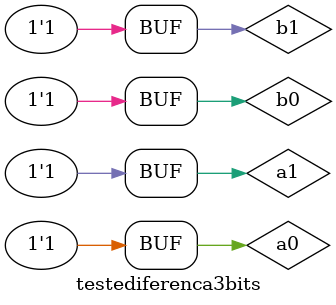
<source format=v>
module meiadif(s0,s1,a,b);
input a,b;
output s0,s1;
wire q1;
xor XOR1(s0,a,b);
not NOT1(q1,a);
and AND1(s1,q1,b);
endmodule  // meiadif

module diferenca(s0,s1,a,b,c);
input a,b,c;
output s0,s1;
wire q1,q2,q3;
meiadif M1(q1,q2,a,b);
meiadif M2(s0,q3,q1,c);
or or1(s1,q2,q3);
endmodule  // diferenca

module diferenca3bits(s0,s1,s2,a0,b0,a1,b1);
input a0,a1,b0,b1;
output s0,s1,s2;
wire q1;
meiadif MD (s0,q1,a0,b0);
diferenca DF(s1,s2,q1,a1,b1);
endmodule //diferenca3bits

module testediferenca3bits;
reg a0,a1,b0,b1;
wire s0,s1,s2;
diferenca3bits DIF(s0,s1,s2,a0,b0,a1,b1);
initial begin: start
a0=0; a1=0; b0=0; b1=0;
end
initial begin: main
$display("Jessica Daniela - 407450");
$display("Exercicio 02 - Operador diferenca 3 bits");
$display("\n | a1 | a0 | - | b1 | b0 | = | s2 | s1 | s0 |\n");
$monitor("   | %b | %b | - | %b | %b | = | %b | %b | %b |",a1,a0,b1,b0,s2,s1,s0);
#1 a1 = 0; a1 = 0; b0 = 0; b1 = 1;

#1 a1 = 0; a0 = 0; b1 = 1; b0 = 0;
#1 a1 = 0; a0 = 0; b1 = 1; b0 = 1;

#1 a1 = 0; a0 = 1; b1 = 0; b0 = 0;
#1 a1 = 0; a0 = 1; b1 = 0; b0 = 1;

#1 a1 = 0; a0 = 1; b1 = 1; b0 = 0;
#1 a1 = 0; a0 = 1; b1 = 1; b0 = 1;

#1 a1 = 1; a0 = 0; b1 = 0; b0 = 0;
#1 a1 = 1; a0 = 0; b1 = 0; b0 = 1;

#1 a1 = 1; a0 = 0; b1 = 1; b0 = 0;
#1 a1 = 1; a0 = 0; b1 = 1; b0 = 1;

#1 a1 = 1; a0 = 1; b1 = 0; b0 = 0;
#1 a1 = 1; a0 = 1; b1 = 0; b0 = 1;

#1 a1 = 1; a0 = 1; b1 = 1; b0 = 0;
#1 a1 = 1; a0 = 1; b1 = 1; b0 = 1;

end
endmodule //testediferenca3bits
</source>
